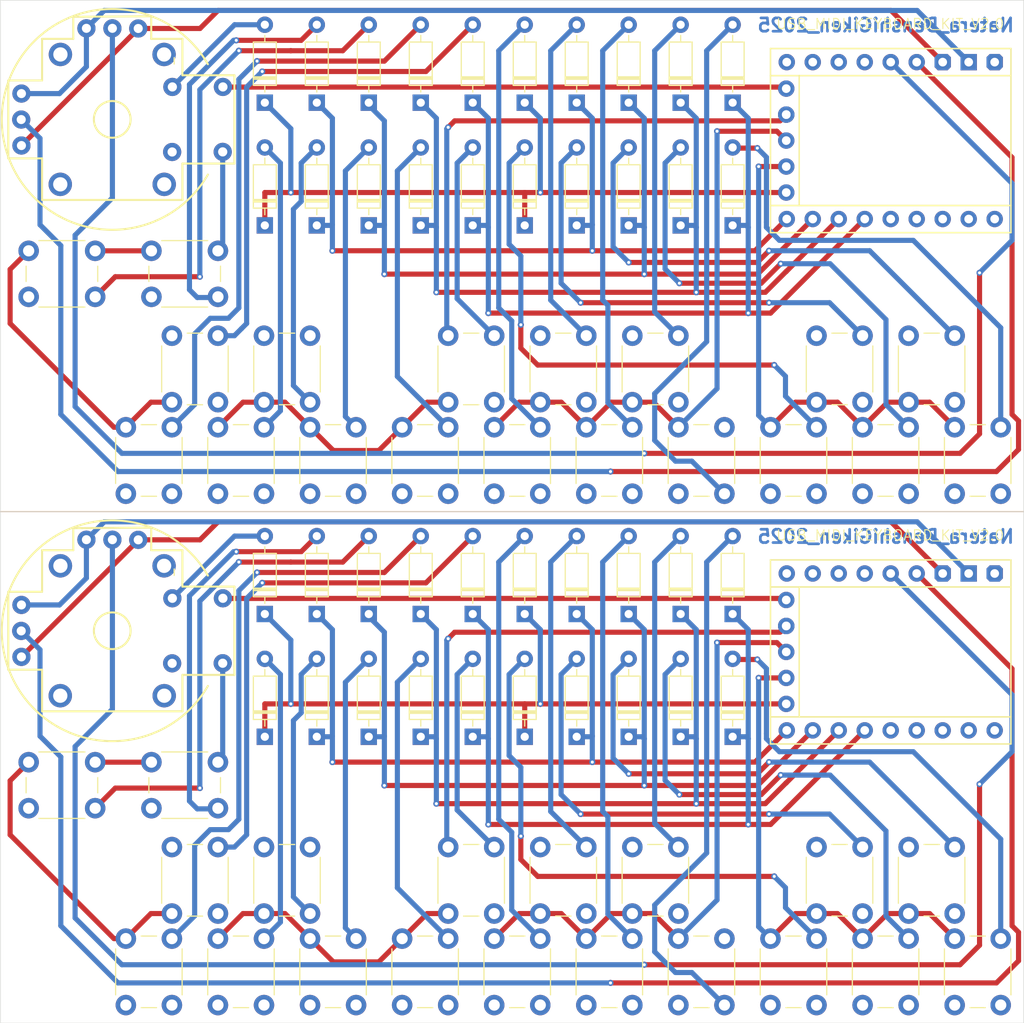
<source format=kicad_pcb>
(kicad_pcb (version 20241229) (generator "pcbnew") (generator_version "9.0")
  (layers (0 "F.Cu" signal) (2 "B.Cu" signal) (13 "F.Paste" user) (15 "B.Paste" user) (5 "F.SilkS" user "F.Silkscreen") (7 "B.SilkS" user "B.Silkscreen") (1 "F.Mask" user) (3 "B.Mask" user) (25 "Edge.Cuts" user))
  (net 0 "")
  (footprint "Button_Switch_THT:SW_PUSH_6mm" (layer "F.Cu") (at 157.25 81.25 90)
    (property "Reference" "REF**15" (hide yes))
    (property "Value" "SW_PUSH_6mm" (hide yes))
  )
  (footprint "Diode_THT:D_DO-35_SOD27_P7.62mm_Horizontal" (layer "F.Cu") (at 139.912 93.014 90)
    (property "Reference" "1N22" (hide yes))
    (property "Value" "D_DO-35_SOD27_P7.62mm_Horizontal" (hide yes))
  )
  (footprint "Diode_THT:D_DO-35_SOD27_P7.62mm_Horizontal" (layer "F.Cu") (at 155.152 43.014 90)
    (property "Reference" "1N19" (hide yes))
    (property "Value" "D_DO-35_SOD27_P7.62mm_Horizontal" (hide yes))
  )
  (footprint "Diode_THT:D_DO-35_SOD27_P7.62mm_Horizontal" (layer "F.Cu") (at 170.392 93.014 90)
    (property "Reference" "1N16" (hide yes))
    (property "Value" "D_DO-35_SOD27_P7.62mm_Horizontal" (hide yes))
  )
  (footprint "MyLibrary:RP2040-Zero" (layer "F.Cu") (at 196 96.72 -90)
    (property "Reference" "U?" (hide yes))
    (property "Value" "RP2040-Zero" (hide yes))
  )
  (footprint "Button_Switch_THT:SW_PUSH_6mm" (layer "F.Cu") (at 139.25 81.25 90)
    (property "Reference" "REF**13" (hide yes))
    (property "Value" "SW_PUSH_6mm" (hide yes))
  )
  (footprint "Diode_THT:D_DO-35_SOD27_P7.62mm_Horizontal" (layer "F.Cu") (at 160.232 43.014 90)
    (property "Reference" "1N18" (hide yes))
    (property "Value" "D_DO-35_SOD27_P7.62mm_Horizontal" (hide yes))
  )
  (footprint "Button_Switch_THT:SW_PUSH_6mm" (layer "F.Cu") (at 161.75 122.3 90)
    (property "Reference" "REF**6" (hide yes))
    (property "Value" "SW_PUSH_6mm" (hide yes))
  )
  (footprint "Button_Switch_THT:SW_PUSH_6mm" (layer "F.Cu") (at 184.25 81.25 90)
    (property "Reference" "REF**18" (hide yes))
    (property "Value" "SW_PUSH_6mm" (hide yes))
  )
  (footprint "Diode_THT:D_DO-35_SOD27_P7.62mm_Horizontal" (layer "F.Cu") (at 160.232 55.014 90)
    (property "Reference" "1N8" (hide yes))
    (property "Value" "D_DO-35_SOD27_P7.62mm_Horizontal" (hide yes))
  )
  (footprint "Button_Switch_THT:SW_PUSH_6mm" (layer "F.Cu") (at 111.75 57.5)
    (property "Reference" "REF**20" (hide yes))
    (property "Value" "SW_PUSH_6mm" (hide yes))
  )
  (footprint "Button_Switch_THT:SW_PUSH_6mm" (layer "F.Cu") (at 197.75 72.3 90)
    (property "Reference" "REF**10" (hide yes))
    (property "Value" "SW_PUSH_6mm" (hide yes))
  )
  (footprint "Diode_THT:D_DO-35_SOD27_P7.62mm_Horizontal" (layer "F.Cu") (at 170.392 105.014 90)
    (property "Reference" "1N6" (hide yes))
    (property "Value" "D_DO-35_SOD27_P7.62mm_Horizontal" (hide yes))
  )
  (footprint "Button_Switch_THT:SW_PUSH_6mm" (layer "F.Cu") (at 175.25 131.25 90)
    (property "Reference" "REF**17" (hide yes))
    (property "Value" "SW_PUSH_6mm" (hide yes))
  )
  (footprint "Button_Switch_THT:SW_PUSH_6mm" (layer "F.Cu") (at 134.75 122.3 90)
    (property "Reference" "REF**3" (hide yes))
    (property "Value" "SW_PUSH_6mm" (hide yes))
  )
  (footprint "Diode_THT:D_DO-35_SOD27_P7.62mm_Horizontal" (layer "F.Cu") (at 165.312 43.014 90)
    (property "Reference" "1N17" (hide yes))
    (property "Value" "D_DO-35_SOD27_P7.62mm_Horizontal" (hide yes))
  )
  (footprint "Diode_THT:D_DO-35_SOD27_P7.62mm_Horizontal" (layer "F.Cu") (at 165.312 55.014 90)
    (property "Reference" "1N7" (hide yes))
    (property "Value" "D_DO-35_SOD27_P7.62mm_Horizontal" (hide yes))
  )
  (footprint "Diode_THT:D_DO-35_SOD27_P7.62mm_Horizontal" (layer "F.Cu") (at 170.392 55.014 90)
    (property "Reference" "1N6" (hide yes))
    (property "Value" "D_DO-35_SOD27_P7.62mm_Horizontal" (hide yes))
  )
  (footprint "Diode_THT:D_DO-35_SOD27_P7.62mm_Horizontal" (layer "F.Cu") (at 134.832 55.014 90)
    (property "Reference" "1N13" (hide yes))
    (property "Value" "D_DO-35_SOD27_P7.62mm_Horizontal" (hide yes))
  )
  (footprint "Diode_THT:D_DO-35_SOD27_P7.62mm_Horizontal" (layer "F.Cu") (at 175.472 105.014 90)
    (property "Reference" "1N5" (hide yes))
    (property "Value" "D_DO-35_SOD27_P7.62mm_Horizontal" (hide yes))
  )
  (footprint "Diode_THT:D_DO-35_SOD27_P7.62mm_Horizontal" (layer "F.Cu") (at 170.392 43.014 90)
    (property "Reference" "1N16" (hide yes))
    (property "Value" "D_DO-35_SOD27_P7.62mm_Horizontal" (hide yes))
  )
  (footprint "Diode_THT:D_DO-35_SOD27_P7.62mm_Horizontal" (layer "F.Cu") (at 134.832 93.014 90)
    (property "Reference" "1N1" (hide yes))
    (property "Value" "D_DO-35_SOD27_P7.62mm_Horizontal" (hide yes))
  )
  (footprint "Button_Switch_THT:SW_PUSH_6mm" (layer "F.Cu") (at 188.75 122.3 90)
    (property "Reference" "REF**9" (hide yes))
    (property "Value" "SW_PUSH_6mm" (hide yes))
  )
  (footprint "Button_Switch_THT:SW_PUSH_6mm" (layer "F.Cu") (at 197.75 122.3 90)
    (property "Reference" "REF**10" (hide yes))
    (property "Value" "SW_PUSH_6mm" (hide yes))
  )
  (footprint "Diode_THT:D_DO-35_SOD27_P7.62mm_Horizontal" (layer "F.Cu") (at 134.832 43.014 90)
    (property "Reference" "1N1" (hide yes))
    (property "Value" "D_DO-35_SOD27_P7.62mm_Horizontal" (hide yes))
  )
  (footprint "PS4_joystick_footprint-main:PS4_joystick" (layer "F.Cu") (at 119.92 94.65 -90)
    (property "Reference" "REF**" (hide yes))
    (property "Value" "XDCR_COM-09032" (hide yes))
  )
  (footprint "Diode_THT:D_DO-35_SOD27_P7.62mm_Horizontal" (layer "F.Cu") (at 144.992 43.014 90)
    (property "Reference" "1N21" (hide yes))
    (property "Value" "D_DO-35_SOD27_P7.62mm_Horizontal" (hide yes))
  )
  (footprint "MyLibrary:RP2040-Zero" (layer "F.Cu") (at 196 46.72 -90)
    (property "Reference" "U?" (hide yes))
    (property "Value" "RP2040-Zero" (hide yes))
  )
  (footprint "Diode_THT:D_DO-35_SOD27_P7.62mm_Horizontal" (layer "F.Cu") (at 150.072 43.014 90)
    (property "Reference" "1N20" (hide yes))
    (property "Value" "D_DO-35_SOD27_P7.62mm_Horizontal" (hide yes))
  )
  (footprint "Button_Switch_THT:SW_PUSH_6mm" (layer "F.Cu") (at 170.75 72.3 90)
    (property "Reference" "REF**7" (hide yes))
    (property "Value" "SW_PUSH_6mm" (hide yes))
  )
  (footprint "Diode_THT:D_DO-35_SOD27_P7.62mm_Horizontal" (layer "F.Cu") (at 150.072 55.014 90)
    (property "Reference" "1N10" (hide yes))
    (property "Value" "D_DO-35_SOD27_P7.62mm_Horizontal" (hide yes))
  )
  (footprint "Diode_THT:D_DO-35_SOD27_P7.62mm_Horizontal" (layer "F.Cu") (at 150.072 93.014 90)
    (property "Reference" "1N20" (hide yes))
    (property "Value" "D_DO-35_SOD27_P7.62mm_Horizontal" (hide yes))
  )
  (footprint "Diode_THT:D_DO-35_SOD27_P7.62mm_Horizontal" (layer "F.Cu") (at 175.472 55.014 90)
    (property "Reference" "1N5" (hide yes))
    (property "Value" "D_DO-35_SOD27_P7.62mm_Horizontal" (hide yes))
  )
  (footprint "Button_Switch_THT:SW_PUSH_6mm" (layer "F.Cu") (at 152.75 72.3 90)
    (property "Reference" "REF**5" (hide yes))
    (property "Value" "SW_PUSH_6mm" (hide yes))
  )
  (footprint "Button_Switch_THT:SW_PUSH_6mm" (layer "F.Cu") (at 166.25 81.25 90)
    (property "Reference" "REF**16" (hide yes))
    (property "Value" "SW_PUSH_6mm" (hide yes))
  )
  (footprint "Button_Switch_THT:SW_PUSH_6mm" (layer "F.Cu") (at 157.25 131.25 90)
    (property "Reference" "REF**15" (hide yes))
    (property "Value" "SW_PUSH_6mm" (hide yes))
  )
  (footprint "Button_Switch_THT:SW_PUSH_6mm" (layer "F.Cu") (at 123.75 57.5)
    (property "Reference" "REF**10" (hide yes))
    (property "Value" "SW_PUSH_6mm" (hide yes))
  )
  (footprint "Diode_THT:D_DO-35_SOD27_P7.62mm_Horizontal" (layer "F.Cu") (at 134.832 105.014 90)
    (property "Reference" "1N13" (hide yes))
    (property "Value" "D_DO-35_SOD27_P7.62mm_Horizontal" (hide yes))
  )
  (footprint "Button_Switch_THT:SW_PUSH_6mm" (layer "F.Cu") (at 125.75 122.3 90)
    (property "Reference" "REF**2" (hide yes))
    (property "Value" "SW_PUSH_6mm" (hide yes))
  )
  (footprint "Button_Switch_THT:SW_PUSH_6mm" (layer "F.Cu") (at 170.75 122.3 90)
    (property "Reference" "REF**7" (hide yes))
    (property "Value" "SW_PUSH_6mm" (hide yes))
  )
  (footprint "Diode_THT:D_DO-35_SOD27_P7.62mm_Horizontal" (layer "F.Cu") (at 144.992 55.014 90)
    (property "Reference" "1N11" (hide yes))
    (property "Value" "D_DO-35_SOD27_P7.62mm_Horizontal" (hide yes))
  )
  (footprint "Diode_THT:D_DO-35_SOD27_P7.62mm_Horizontal" (layer "F.Cu") (at 175.472 93.014 90)
    (property "Reference" "1N15" (hide yes))
    (property "Value" "D_DO-35_SOD27_P7.62mm_Horizontal" (hide yes))
  )
  (footprint "Button_Switch_THT:SW_PUSH_6mm" (layer "F.Cu") (at 193.25 81.25 90)
    (property "Reference" "REF**19" (hide yes))
    (property "Value" "SW_PUSH_6mm" (hide yes))
  )
  (footprint "Diode_THT:D_DO-35_SOD27_P7.62mm_Horizontal" (layer "F.Cu") (at 144.992 105.014 90)
    (property "Reference" "1N11" (hide yes))
    (property "Value" "D_DO-35_SOD27_P7.62mm_Horizontal" (hide yes))
  )
  (footprint "Diode_THT:D_DO-35_SOD27_P7.62mm_Horizontal" (layer "F.Cu") (at 165.312 105.014 90)
    (property "Reference" "1N7" (hide yes))
    (property "Value" "D_DO-35_SOD27_P7.62mm_Horizontal" (hide yes))
  )
  (footprint "Button_Switch_THT:SW_PUSH_6mm" (layer "F.Cu") (at 161.75 72.3 90)
    (property "Reference" "REF**6" (hide yes))
    (property "Value" "SW_PUSH_6mm" (hide yes))
  )
  (footprint "Diode_THT:D_DO-35_SOD27_P7.62mm_Horizontal" (layer "F.Cu") (at 150.072 105.014 90)
    (property "Reference" "1N10" (hide yes))
    (property "Value" "D_DO-35_SOD27_P7.62mm_Horizontal" (hide yes))
  )
  (footprint "Diode_THT:D_DO-35_SOD27_P7.62mm_Horizontal" (layer "F.Cu") (at 139.912 43.014 90)
    (property "Reference" "1N22" (hide yes))
    (property "Value" "D_DO-35_SOD27_P7.62mm_Horizontal" (hide yes))
  )
  (footprint "Diode_THT:D_DO-35_SOD27_P7.62mm_Horizontal" (layer "F.Cu") (at 160.232 93.014 90)
    (property "Reference" "1N18" (hide yes))
    (property "Value" "D_DO-35_SOD27_P7.62mm_Horizontal" (hide yes))
  )
  (footprint "Button_Switch_THT:SW_PUSH_6mm" (layer "F.Cu") (at 111.75 107.5)
    (property "Reference" "REF**20" (hide yes))
    (property "Value" "SW_PUSH_6mm" (hide yes))
  )
  (footprint "Button_Switch_THT:SW_PUSH_6mm" (layer "F.Cu") (at 139.25 131.25 90)
    (property "Reference" "REF**13" (hide yes))
    (property "Value" "SW_PUSH_6mm" (hide yes))
  )
  (footprint "Button_Switch_THT:SW_PUSH_6mm" (layer "F.Cu") (at 121.25 131.25 90)
    (property "Reference" "REF**11" (hide yes))
    (property "Value" "SW_PUSH_6mm" (hide yes))
  )
  (footprint "Button_Switch_THT:SW_PUSH_6mm" (layer "F.Cu") (at 166.25 131.25 90)
    (property "Reference" "REF**16" (hide yes))
    (property "Value" "SW_PUSH_6mm" (hide yes))
  )
  (footprint "Button_Switch_THT:SW_PUSH_6mm" (layer "F.Cu") (at 188.75 72.3 90)
    (property "Reference" "REF**9" (hide yes))
    (property "Value" "SW_PUSH_6mm" (hide yes))
  )
  (footprint "Button_Switch_THT:SW_PUSH_6mm" (layer "F.Cu") (at 125.75 72.3 90)
    (property "Reference" "REF**2" (hide yes))
    (property "Value" "SW_PUSH_6mm" (hide yes))
  )
  (footprint "Button_Switch_THT:SW_PUSH_6mm" (layer "F.Cu") (at 148.25 81.25 90)
    (property "Reference" "REF**14" (hide yes))
    (property "Value" "SW_PUSH_6mm" (hide yes))
  )
  (footprint "Button_Switch_THT:SW_PUSH_6mm" (layer "F.Cu") (at 175.25 81.25 90)
    (property "Reference" "REF**17" (hide yes))
    (property "Value" "SW_PUSH_6mm" (hide yes))
  )
  (footprint "Button_Switch_THT:SW_PUSH_6mm" (layer "F.Cu") (at 123.75 107.5)
    (property "Reference" "REF**10" (hide yes))
    (property "Value" "SW_PUSH_6mm" (hide yes))
  )
  (footprint "Diode_THT:D_DO-35_SOD27_P7.62mm_Horizontal" (layer "F.Cu") (at 155.152 93.014 90)
    (property "Reference" "1N19" (hide yes))
    (property "Value" "D_DO-35_SOD27_P7.62mm_Horizontal" (hide yes))
  )
  (footprint "Button_Switch_THT:SW_PUSH_6mm" (layer "F.Cu") (at 202.25 131.25 90)
    (property "Reference" "REF**" (hide yes))
    (property "Value" "SW_PUSH_6mm" (hide yes))
  )
  (footprint "Button_Switch_THT:SW_PUSH_6mm" (layer "F.Cu") (at 130.25 131.25 90)
    (property "Reference" "REF**12" (hide yes))
    (property "Value" "SW_PUSH_6mm" (hide yes))
  )
  (footprint "Diode_THT:D_DO-35_SOD27_P7.62mm_Horizontal" (layer "F.Cu") (at 180.552 93.014 90)
    (property "Reference" "1N14" (hide yes))
    (property "Value" "D_DO-35_SOD27_P7.62mm_Horizontal" (hide yes))
  )
  (footprint "Button_Switch_THT:SW_PUSH_6mm" (layer "F.Cu") (at 148.25 131.25 90)
    (property "Reference" "REF**14" (hide yes))
    (property "Value" "SW_PUSH_6mm" (hide yes))
  )
  (footprint "Diode_THT:D_DO-35_SOD27_P7.62mm_Horizontal" (layer "F.Cu") (at 139.912 55.014 90)
    (property "Reference" "1N12" (hide yes))
    (property "Value" "D_DO-35_SOD27_P7.62mm_Horizontal" (hide yes))
  )
  (footprint "Diode_THT:D_DO-35_SOD27_P7.62mm_Horizontal" (layer "F.Cu") (at 165.312 93.014 90)
    (property "Reference" "1N17" (hide yes))
    (property "Value" "D_DO-35_SOD27_P7.62mm_Horizontal" (hide yes))
  )
  (footprint "Diode_THT:D_DO-35_SOD27_P7.62mm_Horizontal" (layer "F.Cu") (at 180.552 43.014 90)
    (property "Reference" "1N14" (hide yes))
    (property "Value" "D_DO-35_SOD27_P7.62mm_Horizontal" (hide yes))
  )
  (footprint "Button_Switch_THT:SW_PUSH_6mm" (layer "F.Cu") (at 130.25 81.25 90)
    (property "Reference" "REF**12" (hide yes))
    (property "Value" "SW_PUSH_6mm" (hide yes))
  )
  (footprint "Button_Switch_THT:SW_PUSH_6mm" (layer "F.Cu") (at 152.75 122.3 90)
    (property "Reference" "REF**5" (hide yes))
    (property "Value" "SW_PUSH_6mm" (hide yes))
  )
  (footprint "Button_Switch_THT:SW_PUSH_6mm" (layer "F.Cu") (at 193.25 131.25 90)
    (property "Reference" "REF**19" (hide yes))
    (property "Value" "SW_PUSH_6mm" (hide yes))
  )
  (footprint "Diode_THT:D_DO-35_SOD27_P7.62mm_Horizontal" (layer "F.Cu") (at 155.152 105.014 90)
    (property "Reference" "1N9" (hide yes))
    (property "Value" "D_DO-35_SOD27_P7.62mm_Horizontal" (hide yes))
  )
  (footprint "Diode_THT:D_DO-35_SOD27_P7.62mm_Horizontal" (layer "F.Cu") (at 175.472 43.014 90)
    (property "Reference" "1N15" (hide yes))
    (property "Value" "D_DO-35_SOD27_P7.62mm_Horizontal" (hide yes))
  )
  (footprint "Button_Switch_THT:SW_PUSH_6mm" (layer "F.Cu") (at 134.75 72.3 90)
    (property "Reference" "REF**3" (hide yes))
    (property "Value" "SW_PUSH_6mm" (hide yes))
  )
  (footprint "Diode_THT:D_DO-35_SOD27_P7.62mm_Horizontal" (layer "F.Cu") (at 180.552 105.014 90)
    (property "Reference" "1N4" (hide yes))
    (property "Value" "D_DO-35_SOD27_P7.62mm_Horizontal" (hide yes))
  )
  (footprint "Diode_THT:D_DO-35_SOD27_P7.62mm_Horizontal" (layer "F.Cu") (at 180.552 55.014 90)
    (property "Reference" "1N4" (hide yes))
    (property "Value" "D_DO-35_SOD27_P7.62mm_Horizontal" (hide yes))
  )
  (footprint "Diode_THT:D_DO-35_SOD27_P7.62mm_Horizontal" (layer "F.Cu") (at 155.152 55.014 90)
    (property "Reference" "1N9" (hide yes))
    (property "Value" "D_DO-35_SOD27_P7.62mm_Horizontal" (hide yes))
  )
  (footprint "PS4_joystick_footprint-main:PS4_joystick" (layer "F.Cu") (at 119.92 44.65 -90)
    (property "Reference" "REF**" (hide yes))
    (property "Value" "XDCR_COM-09032" (hide yes))
  )
  (footprint "Button_Switch_THT:SW_PUSH_6mm" (layer "F.Cu") (at 121.25 81.25 90)
    (property "Reference" "REF**11" (hide yes))
    (property "Value" "SW_PUSH_6mm" (hide yes))
  )
  (footprint "Diode_THT:D_DO-35_SOD27_P7.62mm_Horizontal" (layer "F.Cu") (at 144.992 93.014 90)
    (property "Reference" "1N21" (hide yes))
    (property "Value" "D_DO-35_SOD27_P7.62mm_Horizontal" (hide yes))
  )
  (footprint "Button_Switch_THT:SW_PUSH_6mm" (layer "F.Cu") (at 202.25 81.25 90)
    (property "Reference" "REF**" (hide yes))
    (property "Value" "SW_PUSH_6mm" (hide yes))
  )
  (footprint "Diode_THT:D_DO-35_SOD27_P7.62mm_Horizontal" (layer "F.Cu") (at 160.232 105.014 90)
    (property "Reference" "1N8" (hide yes))
    (property "Value" "D_DO-35_SOD27_P7.62mm_Horizontal" (hide yes))
  )
  (footprint "Button_Switch_THT:SW_PUSH_6mm" (layer "F.Cu") (at 184.25 131.25 90)
    (property "Reference" "REF**18" (hide yes))
    (property "Value" "SW_PUSH_6mm" (hide yes))
  )
  (footprint "Diode_THT:D_DO-35_SOD27_P7.62mm_Horizontal" (layer "F.Cu") (at 139.912 105.014 90)
    (property "Reference" "1N12" (hide yes))
    (property "Value" "D_DO-35_SOD27_P7.62mm_Horizontal" (hide yes))
  )
  (gr_line (start 109 83) (end 209 83) (stroke (width 0.1)) (layer "F.SilkS"))
  (gr_line (start 209 83) (end 109 83) (stroke (width 0.1)) (layer "B.SilkS"))
  (gr_rect (start 109 83) (end 209 133) (stroke (width 0.05)) (fill no) (layer "Edge.Cuts"))
  (gr_rect (start 109 33) (end 209 83) (stroke (width 0.05)) (fill no) (layer "Edge.Cuts"))
  (gr_text "Natera_DenshiGiken_2025" (at 208.19 86.2 0) (layer "B.Cu") (effects (font (size 1.3 1.3) (thickness 0.26) (bold yes)) (justify left bottom mirror)))
  (gr_text "Natera_DenshiGiken_2025" (at 208.19 36.2 0) (layer "B.Cu") (effects (font (size 1.3 1.3) (thickness 0.26) (bold yes)) (justify left bottom mirror)))
  (gr_text "USB_MIDI_KEYBOARD_KIT_V2.0\n" (at 184.743 35.902 0) (layer "F.SilkS") (effects (font (size 1 1) (thickness 0.1)) (justify left bottom)))
  (gr_text "USB_MIDI_KEYBOARD_KIT_V2.0\n" (at 184.743 85.902 0) (layer "F.SilkS") (effects (font (size 1 1) (thickness 0.1)) (justify left bottom)))
  (segment (start 184.616 118.668) (end 161.502 118.668) (width 0.5) (layer "F.Cu") (net 0))
  (segment (start 145.972 127.028) (end 141.528 127.028) (width 0.5) (layer "F.Cu") (net 0))
  (segment (start 183.092 99.26) (end 185.79 99.26) (width 0.5) (layer "F.Cu") (net 0))
  (segment (start 185.772 59.528) (end 183.744 61.556) (width 0.5) (layer "F.Cu") (net 0))
  (segment (start 134.578 39.966) (end 150.58 39.966) (width 0.5) (layer "F.Cu") (net 0))
  (segment (start 109.94 114.604) (end 120.086 124.75) (width 0.5) (layer "F.Cu") (net 0))
  (segment (start 141.528 77.028) (end 139.25 74.75) (width 0.5) (layer "F.Cu") (net 0))
  (segment (start 152.75 95.426) (end 153.384 94.792) (width 0.5) (layer "F.Cu") (net 0))
  (segment (start 137.372 51.8) (end 134.832 51.8) (width 0.5) (layer "F.Cu") (net 0))
  (segment (start 188.38 104.39) (end 182.992 109.778) (width 0.5) (layer "F.Cu") (net 0))
  (segment (start 208.492 74.129) (end 207.857 73.494) (width 0.5) (layer "F.Cu") (net 0))
  (segment (start 188.38 54.39) (end 182.992 59.778) (width 0.5) (layer "F.Cu") (net 0))
  (segment (start 185.64 41.49) (end 130.7498 41.49) (width 0.5) (layer "F.Cu") (net 0))
  (segment (start 183.346 60.667) (end 175.345 60.667) (width 0.5) (layer "F.Cu") (net 0))
  (segment (start 182.992 59.778) (end 146.516 59.778) (width 0.5) (layer "F.Cu") (net 0))
  (segment (start 185.79 41.64) (end 185.64 41.49) (width 0.5) (layer "F.Cu") (net 0))
  (segment (start 185.782 109.528) (end 185.772 109.528) (width 0.5) (layer "F.Cu") (net 0))
  (segment (start 122.46 35.76) (end 122.46 35.7898) (width 0.5) (layer "F.Cu") (net 0))
  (segment (start 184.108 57.492) (end 182.965 58.635) (width 0.5) (layer "F.Cu") (net 0))
  (segment (start 130.25 74.75) (end 132.7 72.3) (width 0.5) (layer "F.Cu") (net 0))
  (segment (start 130.7498 91.49) (end 130.7348 91.475) (width 0.5) (layer "F.Cu") (net 0))
  (segment (start 161.756 51.8) (end 185.79 51.8) (width 0.5) (layer "F.Cu") (net 0))
  (segment (start 139.25 74.75) (end 136.8 72.3) (width 0.5) (layer "F.Cu") (net 0))
  (segment (start 148.25 124.75) (end 145.972 127.028) (width 0.5) (layer "F.Cu") (net 0))
  (segment (start 172.8 72.3) (end 170.75 72.3) (width 0.5) (layer "F.Cu") (net 0))
  (segment (start 150.7 72.3) (end 152.75 72.3) (width 0.5) (layer "F.Cu") (net 0))
  (segment (start 176.996 111.556) (end 151.596 111.556) (width 0.5) (layer "F.Cu") (net 0))
  (segment (start 160.232 101.8) (end 161.756 101.8) (width 0.5) (layer "F.Cu") (net 0))
  (segment (start 185.772 109.528) (end 183.744 111.556) (width 0.5) (layer "F.Cu") (net 0))
  (segment (start 159.851 117.017) (end 159.851 114.731) (width 0.5) (layer "F.Cu") (net 0))
  (segment (start 190.92 104.39) (end 185.782 109.528) (width 0.5) (layer "F.Cu") (net 0))
  (segment (start 160.232 105.014) (end 160.232 101.8) (width 0.5) (layer "F.Cu") (net 0))
  (segment (start 184.878 95.808) (end 179.028 95.808) (width 0.5) (layer "F.Cu") (net 0))
  (segment (start 183.346 110.667) (end 175.345 110.667) (width 0.5) (layer "F.Cu") (net 0))
  (segment (start 136.8 122.3) (end 134.75 122.3) (width 0.5) (layer "F.Cu") (net 0))
  (segment (start 193.46 54.39) (end 184.262 63.588) (width 0.5) (layer "F.Cu") (net 0))
  (segment (start 182.076 113.588) (end 156.676 113.588) (width 0.5) (layer "F.Cu") (net 0))
  (segment (start 185.79 96.72) (end 184.878 95.808) (width 0.5) (layer "F.Cu") (net 0))
  (segment (start 122.46 35.76) (end 128.497 35.76) (width 0.5) (layer "F.Cu") (net 0))
  (segment (start 157.25 124.75) (end 159.7 122.3) (width 0.5) (layer "F.Cu") (net 0))
  (segment (start 185.251 58.762) (end 183.346 60.667) (width 0.5) (layer "F.Cu") (net 0))
  (segment (start 185.782 59.528) (end 185.772 59.528) (width 0.5) (layer "F.Cu") (net 0))
  (segment (start 199.8 122.3) (end 197.75 122.3) (width 0.5) (layer "F.Cu") (net 0))
  (segment (start 186.7 72.3) (end 188.75 72.3) (width 0.5) (layer "F.Cu") (net 0))
  (segment (start 184.262 63.588) (end 182.076 63.588) (width 0.5) (layer "F.Cu") (net 0))
  (segment (start 153.384 94.792) (end 185.178 94.792) (width 0.5) (layer "F.Cu") (net 0))
  (segment (start 160.232 51.8) (end 161.756 51.8) (width 0.5) (layer "F.Cu") (net 0))
  (segment (start 188.75 72.3) (end 190.8 72.3) (width 0.5) (layer "F.Cu") (net 0))
  (segment (start 202.25 124.75) (end 199.8 122.3) (width 0.5) (layer "F.Cu") (net 0))
  (segment (start 120.218 110.032) (end 128.482 110.032) (width 0.5) (layer "F.Cu") (net 0))
  (segment (start 118.25 112) (end 120.218 110.032) (width 0.5) (layer "F.Cu") (net 0))
  (segment (start 136.8 72.3) (end 134.75 72.3) (width 0.5) (layer "F.Cu") (net 0))
  (segment (start 184.108 107.492) (end 182.965 108.635) (width 0.5) (layer "F.Cu") (net 0))
  (segment (start 185.79 46.72) (end 184.878 45.808) (width 0.5) (layer "F.Cu") (net 0))
  (segment (start 137.372 87.934) (end 137.371999 87.933999) (width 0.5) (layer "F.Cu") (net 0))
  (segment (start 137.371999 37.933999) (end 132.292001 37.933999) (width 0.5) (layer "F.Cu") (net 0))
  (segment (start 176.996 61.556) (end 151.596 61.556) (width 0.5) (layer "F.Cu") (net 0))
  (segment (start 111.75 57.5) (end 109.94 59.31) (width 0.5) (layer "F.Cu") (net 0))
  (segment (start 152.75 45.426) (end 153.384 44.792) (width 0.5) (layer "F.Cu") (net 0))
  (segment (start 146.516 38.95) (end 150.072 35.394) (width 0.5) (layer "F.Cu") (net 0))
  (segment (start 185.178 44.792) (end 185.79 44.18) (width 0.5) (layer "F.Cu") (net 0))
  (segment (start 148.25 74.75) (end 150.7 72.3) (width 0.5) (layer "F.Cu") (net 0))
  (segment (start 132.7 72.3) (end 134.75 72.3) (width 0.5) (layer "F.Cu") (net 0))
  (segment (start 122.46 85.76) (end 122.46 85.7898) (width 0.5) (layer "F.Cu") (net 0))
  (segment (start 130.7498 41.49) (end 130.7348 41.475) (width 0.5) (layer "F.Cu") (net 0))
  (segment (start 207.857 123.494) (end 207.857 98.367) (width 0.5) (layer "F.Cu") (net 0))
  (segment (start 175.25 74.75) (end 172.8 72.3) (width 0.5) (layer "F.Cu") (net 0))
  (segment (start 134.07 88.95) (end 146.516 88.95) (width 0.5) (layer "F.Cu") (net 0))
  (segment (start 190.8 72.3) (end 193.25 74.75) (width 0.5) (layer "F.Cu") (net 0))
  (segment (start 130.25 124.75) (end 132.7 122.3) (width 0.5) (layer "F.Cu") (net 0))
  (segment (start 170.75 72.3) (end 168.7 72.3) (width 0.5) (layer "F.Cu") (net 0))
  (segment (start 132.038 86.918) (end 138.388 86.918) (width 0.5) (layer "F.Cu") (net 0))
  (segment (start 207.857 48.367) (end 198.54 39.05) (width 0.5) (layer "F.Cu") (net 0))
  (segment (start 183.092 49.26) (end 185.79 49.26) (width 0.5) (layer "F.Cu") (net 0))
  (segment (start 153.384 44.792) (end 185.178 44.792) (width 0.5) (layer "F.Cu") (net 0))
  (segment (start 120.086 124.75) (end 121.25 124.75) (width 0.5) (layer "F.Cu") (net 0))
  (segment (start 145.972 77.028) (end 141.528 77.028) (width 0.5) (layer "F.Cu") (net 0))
  (segment (start 185.178 94.792) (end 185.79 94.18) (width 0.5) (layer "F.Cu") (net 0))
  (segment (start 157.25 74.75) (end 159.7 72.3) (width 0.5) (layer "F.Cu") (net 0))
  (segment (start 109.94 64.604) (end 120.086 74.75) (width 0.5) (layer "F.Cu") (net 0))
  (segment (start 182.738 107.492) (end 141.436 107.492) (width 0.5) (layer "F.Cu") (net 0))
  (segment (start 122.46 35.7898) (end 111.0448 47.205) (width 0.5) (layer "F.Cu") (net 0))
  (segment (start 161.502 68.668) (end 159.851 67.017) (width 0.5) (layer "F.Cu") (net 0))
  (segment (start 171.916 127.304) (end 202.777 127.304) (width 0.5) (layer "F.Cu") (net 0))
  (segment (start 195.7 72.3) (end 197.75 72.3) (width 0.5) (layer "F.Cu") (net 0))
  (segment (start 172.8 122.3) (end 170.75 122.3) (width 0.5) (layer "F.Cu") (net 0))
  (segment (start 161.756 101.8) (end 185.79 101.8) (width 0.5) (layer "F.Cu") (net 0))
  (segment (start 123.7 72.3) (end 125.75 72.3) (width 0.5) (layer "F.Cu") (net 0))
  (segment (start 128.497 85.76) (end 130.26 83.997) (width 0.5) (layer "F.Cu") (net 0))
  (segment (start 121.25 74.75) (end 123.7 72.3) (width 0.5) (layer "F.Cu") (net 0))
  (segment (start 121.25 124.75) (end 123.7 122.3) (width 0.5) (layer "F.Cu") (net 0))
  (segment (start 184.108 62.572) (end 165.693 62.572) (width 0.5) (layer "F.Cu") (net 0))
  (segment (start 134.832 105.014) (end 134.832 101.8) (width 0.5) (layer "F.Cu") (net 0))
  (segment (start 190.92 54.39) (end 185.782 59.528) (width 0.5) (layer "F.Cu") (net 0))
  (segment (start 193.46 104.39) (end 184.262 113.588) (width 0.5) (layer "F.Cu") (net 0))
  (segment (start 180.617 97.459) (end 180.552 97.394) (width 0.5) (layer "F.Cu") (net 0))
  (segment (start 208.492 76.923) (end 208.492 74.129) (width 0.5) (layer "F.Cu") (net 0))
  (segment (start 150.7 122.3) (end 152.75 122.3) (width 0.5) (layer "F.Cu") (net 0))
  (segment (start 183.744 111.556) (end 176.996 111.556) (width 0.5) (layer "F.Cu") (net 0))
  (segment (start 132.038 36.918) (end 138.388 36.918) (width 0.5) (layer "F.Cu") (net 0))
  (segment (start 184.25 124.75) (end 186.7 122.3) (width 0.5) (layer "F.Cu") (net 0))
  (segment (start 150.58 89.966) (end 155.152 85.394) (width 0.5) (layer "F.Cu") (net 0))
  (segment (start 195.7 122.3) (end 197.75 122.3) (width 0.5) (layer "F.Cu") (net 0))
  (segment (start 168.614 129.082) (end 206.333 129.082) (width 0.5) (layer "F.Cu") (net 0))
  (segment (start 166.25 74.75) (end 163.8 72.3) (width 0.5) (layer "F.Cu") (net 0))
  (segment (start 180.617 47.459) (end 180.552 47.394) (width 0.5) (layer "F.Cu") (net 0))
  (segment (start 184.262 113.588) (end 182.076 113.588) (width 0.5) (layer "F.Cu") (net 0))
  (segment (start 137.372 101.8) (end 134.832 101.8) (width 0.5) (layer "F.Cu") (net 0))
  (segment (start 138.388 86.918) (end 139.912 85.394) (width 0.5) (layer "F.Cu") (net 0))
  (segment (start 139.25 124.75) (end 136.8 122.3) (width 0.5) (layer "F.Cu") (net 0))
  (segment (start 175.25 124.75) (end 172.8 122.3) (width 0.5) (layer "F.Cu") (net 0))
  (segment (start 122.46 85.7898) (end 111.0448 97.205) (width 0.5) (layer "F.Cu") (net 0))
  (segment (start 185.251 108.762) (end 183.346 110.667) (width 0.5) (layer "F.Cu") (net 0))
  (segment (start 184.25 74.75) (end 186.7 72.3) (width 0.5) (layer "F.Cu") (net 0))
  (segment (start 130.26 83.997) (end 196.027 83.997) (width 0.5) (layer "F.Cu") (net 0))
  (segment (start 182.076 63.588) (end 156.676 63.588) (width 0.5) (layer "F.Cu") (net 0))
  (segment (start 168.614 79.082) (end 206.333 79.082) (width 0.5) (layer "F.Cu") (net 0))
  (segment (start 185.64 91.49) (end 130.7498 91.49) (width 0.5) (layer "F.Cu") (net 0))
  (segment (start 199.8 72.3) (end 197.75 72.3) (width 0.5) (layer "F.Cu") (net 0))
  (segment (start 137.372 37.934) (end 137.371999 37.933999) (width 0.5) (layer "F.Cu") (net 0))
  (segment (start 109.94 109.31) (end 109.94 114.604) (width 0.5) (layer "F.Cu") (net 0))
  (segment (start 144.992 35.394) (end 142.452 37.934) (width 0.5) (layer "F.Cu") (net 0))
  (segment (start 188.75 122.3) (end 190.8 122.3) (width 0.5) (layer "F.Cu") (net 0))
  (segment (start 204.682 75.399) (end 204.682 59.651) (width 0.5) (layer "F.Cu") (net 0))
  (segment (start 159.7 72.3) (end 161.75 72.3) (width 0.5) (layer "F.Cu") (net 0))
  (segment (start 182.992 109.778) (end 146.516 109.778) (width 0.5) (layer "F.Cu") (net 0))
  (segment (start 202.777 77.304) (end 204.682 75.399) (width 0.5) (layer "F.Cu") (net 0))
  (segment (start 159.7 122.3) (end 161.75 122.3) (width 0.5) (layer "F.Cu") (net 0))
  (segment (start 208.492 124.129) (end 207.857 123.494) (width 0.5) (layer "F.Cu") (net 0))
  (segment (start 138.388 36.918) (end 139.912 35.394) (width 0.5) (layer "F.Cu") (net 0))
  (segment (start 206.333 129.082) (end 208.492 126.923) (width 0.5) (layer "F.Cu") (net 0))
  (segment (start 183.744 61.556) (end 176.996 61.556) (width 0.5) (layer "F.Cu") (net 0))
  (segment (start 182.965 47.459) (end 180.617 47.459) (width 0.5) (layer "F.Cu") (net 0))
  (segment (start 170.75 122.3) (end 168.7 122.3) (width 0.5) (layer "F.Cu") (net 0))
  (segment (start 163.8 72.3) (end 161.75 72.3) (width 0.5) (layer "F.Cu") (net 0))
  (segment (start 161.502 118.668) (end 159.851 117.017) (width 0.5) (layer "F.Cu") (net 0))
  (segment (start 134.578 89.966) (end 150.58 89.966) (width 0.5) (layer "F.Cu") (net 0))
  (segment (start 132.7 122.3) (end 134.75 122.3) (width 0.5) (layer "F.Cu") (net 0))
  (segment (start 196.027 33.997) (end 201.08 39.05) (width 0.5) (layer "F.Cu") (net 0))
  (segment (start 163.8 122.3) (end 161.75 122.3) (width 0.5) (layer "F.Cu") (net 0))
  (segment (start 160.232 101.8) (end 137.372 101.8) (width 0.5) (layer "F.Cu") (net 0))
  (segment (start 160.232 55.014) (end 160.232 51.8) (width 0.5) (layer "F.Cu") (net 0))
  (segment (start 118.25 62) (end 120.218 60.032) (width 0.5) (layer "F.Cu") (net 0))
  (segment (start 109.94 59.31) (end 109.94 64.604) (width 0.5) (layer "F.Cu") (net 0))
  (segment (start 120.218 60.032) (end 128.482 60.032) (width 0.5) (layer "F.Cu") (net 0))
  (segment (start 184.616 68.668) (end 161.502 68.668) (width 0.5) (layer "F.Cu") (net 0))
  (segment (start 128.497 35.76) (end 130.26 33.997) (width 0.5) (layer "F.Cu") (net 0))
  (segment (start 150.58 39.966) (end 155.152 35.394) (width 0.5) (layer "F.Cu") (net 0))
  (segment (start 196.027 83.997) (end 201.08 89.05) (width 0.5) (layer "F.Cu") (net 0))
  (segment (start 130.26 33.997) (end 196.027 33.997) (width 0.5) (layer "F.Cu") (net 0))
  (segment (start 142.452 87.934) (end 137.372 87.934) (width 0.5) (layer "F.Cu") (net 0))
  (segment (start 166.25 124.75) (end 163.8 122.3) (width 0.5) (layer "F.Cu") (net 0))
  (segment (start 148.25 74.75) (end 145.972 77.028) (width 0.5) (layer "F.Cu") (net 0))
  (segment (start 190.8 122.3) (end 193.25 124.75) (width 0.5) (layer "F.Cu") (net 0))
  (segment (start 202.25 74.75) (end 199.8 72.3) (width 0.5) (layer "F.Cu") (net 0))
  (segment (start 184.878 45.808) (end 179.028 45.808) (width 0.5) (layer "F.Cu") (net 0))
  (segment (start 171.916 77.304) (end 202.777 77.304) (width 0.5) (layer "F.Cu") (net 0))
  (segment (start 186.7 122.3) (end 188.75 122.3) (width 0.5) (layer "F.Cu") (net 0))
  (segment (start 206.333 79.082) (end 208.492 76.923) (width 0.5) (layer "F.Cu") (net 0))
  (segment (start 111.75 107.5) (end 109.94 109.31) (width 0.5) (layer "F.Cu") (net 0))
  (segment (start 123.75 57.5) (end 118.25 57.5) (width 0.5) (layer "F.Cu") (net 0))
  (segment (start 123.7 122.3) (end 125.75 122.3) (width 0.5) (layer "F.Cu") (net 0))
  (segment (start 182.965 108.635) (end 170.392 108.635) (width 0.5) (layer "F.Cu") (net 0))
  (segment (start 123.75 107.5) (end 118.25 107.5) (width 0.5) (layer "F.Cu") (net 0))
  (segment (start 120.086 74.75) (end 121.25 74.75) (width 0.5) (layer "F.Cu") (net 0))
  (segment (start 185.79 91.64) (end 185.64 91.49) (width 0.5) (layer "F.Cu") (net 0))
  (segment (start 159.851 67.017) (end 159.851 64.731) (width 0.5) (layer "F.Cu") (net 0))
  (segment (start 160.232 51.8) (end 137.372 51.8) (width 0.5) (layer "F.Cu") (net 0))
  (segment (start 182.965 58.635) (end 170.392 58.635) (width 0.5) (layer "F.Cu") (net 0))
  (segment (start 134.07 38.95) (end 146.516 38.95) (width 0.5) (layer "F.Cu") (net 0))
  (segment (start 168.7 72.3) (end 166.25 74.75) (width 0.5) (layer "F.Cu") (net 0))
  (segment (start 141.528 127.028) (end 139.25 124.75) (width 0.5) (layer "F.Cu") (net 0))
  (segment (start 146.516 88.95) (end 150.072 85.394) (width 0.5) (layer "F.Cu") (net 0))
  (segment (start 142.452 37.934) (end 137.372 37.934) (width 0.5) (layer "F.Cu") (net 0))
  (segment (start 148.25 124.75) (end 150.7 122.3) (width 0.5) (layer "F.Cu") (net 0))
  (segment (start 207.857 73.494) (end 207.857 48.367) (width 0.5) (layer "F.Cu") (net 0))
  (segment (start 193.25 74.75) (end 195.7 72.3) (width 0.5) (layer "F.Cu") (net 0))
  (segment (start 168.7 122.3) (end 166.25 124.75) (width 0.5) (layer "F.Cu") (net 0))
  (segment (start 204.682 125.399) (end 204.682 109.651) (width 0.5) (layer "F.Cu") (net 0))
  (segment (start 144.992 85.394) (end 142.452 87.934) (width 0.5) (layer "F.Cu") (net 0))
  (segment (start 202.777 127.304) (end 204.682 125.399) (width 0.5) (layer "F.Cu") (net 0))
  (segment (start 134.832 55.014) (end 134.832 51.8) (width 0.5) (layer "F.Cu") (net 0))
  (segment (start 193.25 124.75) (end 195.7 122.3) (width 0.5) (layer "F.Cu") (net 0))
  (segment (start 185.84 54.39) (end 182.738 57.492) (width 0.5) (layer "F.Cu") (net 0))
  (segment (start 182.738 57.492) (end 141.436 57.492) (width 0.5) (layer "F.Cu") (net 0))
  (segment (start 122.46 85.76) (end 128.497 85.76) (width 0.5) (layer "F.Cu") (net 0))
  (segment (start 182.965 97.459) (end 180.617 97.459) (width 0.5) (layer "F.Cu") (net 0))
  (segment (start 184.108 112.572) (end 165.693 112.572) (width 0.5) (layer "F.Cu") (net 0))
  (segment (start 137.371999 87.933999) (end 132.292001 87.933999) (width 0.5) (layer "F.Cu") (net 0))
  (segment (start 208.492 126.923) (end 208.492 124.129) (width 0.5) (layer "F.Cu") (net 0))
  (segment (start 207.857 98.367) (end 198.54 89.05) (width 0.5) (layer "F.Cu") (net 0))
  (segment (start 185.84 104.39) (end 182.738 107.492) (width 0.5) (layer "F.Cu") (net 0))
  (via (at 132.292001 37.933999) (size 0.6) (drill 0.3) (layers "F.Cu" "B.Cu") (net 0))
  (via (at 179.028 45.808) (size 0.6) (drill 0.3) (layers "F.Cu" "B.Cu") (net 0))
  (via (at 165.693 112.572) (size 0.6) (drill 0.3) (layers "F.Cu" "B.Cu") (net 0))
  (via (at 165.693 62.572) (size 0.6) (drill 0.3) (layers "F.Cu" "B.Cu") (net 0))
  (via (at 132.292001 87.933999) (size 0.6) (drill 0.3) (layers "F.Cu" "B.Cu") (net 0))
  (via (at 182.076 113.588) (size 0.6) (drill 0.3) (layers "F.Cu" "B.Cu") (net 0))
  (via (at 183.092 49.26) (size 0.6) (drill 0.3) (layers "F.Cu" "B.Cu") (net 0))
  (via (at 151.596 61.556) (size 0.6) (drill 0.3) (layers "F.Cu" "B.Cu") (net 0))
  (via (at 204.682 109.651) (size 0.6) (drill 0.3) (layers "F.Cu" "B.Cu") (net 0))
  (via (at 156.676 63.588) (size 0.6) (drill 0.3) (layers "F.Cu" "B.Cu") (net 0))
  (via (at 171.916 109.778) (size 0.6) (drill 0.3) (layers "F.Cu" "B.Cu") (net 0))
  (via (at 170.392 108.635) (size 0.6) (drill 0.3) (layers "F.Cu" "B.Cu") (net 0))
  (via (at 171.916 77.304) (size 0.6) (drill 0.3) (layers "F.Cu" "B.Cu") (net 0))
  (via (at 168.614 79.082) (size 0.6) (drill 0.3) (layers "F.Cu" "B.Cu") (net 0))
  (via (at 183.092 99.26) (size 0.6) (drill 0.3) (layers "F.Cu" "B.Cu") (net 0))
  (via (at 128.482 60.032) (size 0.6) (drill 0.3) (layers "F.Cu" "B.Cu") (net 0))
  (via (at 168.614 129.082) (size 0.6) (drill 0.3) (layers "F.Cu" "B.Cu") (net 0))
  (via (at 175.345 110.667) (size 0.6) (drill 0.3) (layers "F.Cu" "B.Cu") (net 0))
  (via (at 132.038 86.918) (size 0.6) (drill 0.3) (layers "F.Cu" "B.Cu") (net 0))
  (via (at 184.616 118.668) (size 0.6) (drill 0.3) (layers "F.Cu" "B.Cu") (net 0))
  (via (at 159.851 114.731) (size 0.6) (drill 0.3) (layers "F.Cu" "B.Cu") (net 0))
  (via (at 176.996 111.556) (size 0.6) (drill 0.3) (layers "F.Cu" "B.Cu") (net 0))
  (via (at 132.038 36.918) (size 0.6) (drill 0.3) (layers "F.Cu" "B.Cu") (net 0))
  (via (at 141.436 107.492) (size 0.6) (drill 0.3) (layers "F.Cu" "B.Cu") (net 0))
  (via (at 152.75 95.426) (size 0.6) (drill 0.3) (layers "F.Cu" "B.Cu") (net 0))
  (via (at 184.616 68.668) (size 0.6) (drill 0.3) (layers "F.Cu" "B.Cu") (net 0))
  (via (at 204.682 59.651) (size 0.6) (drill 0.3) (layers "F.Cu" "B.Cu") (net 0))
  (via (at 134.578 89.966) (size 0.6) (drill 0.3) (layers "F.Cu" "B.Cu") (net 0))
  (via (at 166.836 107.492) (size 0.6) (drill 0.3) (layers "F.Cu" "B.Cu") (net 0))
  (via (at 161.756 51.8) (size 0.6) (drill 0.3) (layers "F.Cu" "B.Cu") (net 0))
  (via (at 182.965 97.459) (size 0.6) (drill 0.3) (layers "F.Cu" "B.Cu") (net 0))
  (via (at 185.251 108.762) (size 0.6) (drill 0.3) (layers "F.Cu" "B.Cu") (net 0))
  (via (at 170.392 58.635) (size 0.6) (drill 0.3) (layers "F.Cu" "B.Cu") (net 0))
  (via (at 141.436 57.492) (size 0.6) (drill 0.3) (layers "F.Cu" "B.Cu") (net 0))
  (via (at 128.482 110.032) (size 0.6) (drill 0.3) (layers "F.Cu" "B.Cu") (net 0))
  (via (at 176.996 61.556) (size 0.6) (drill 0.3) (layers "F.Cu" "B.Cu") (net 0))
  (via (at 134.578 39.966) (size 0.6) (drill 0.3) (layers "F.Cu" "B.Cu") (net 0))
  (via (at 171.916 59.778) (size 0.6) (drill 0.3) (layers "F.Cu" "B.Cu") (net 0))
  (via (at 151.596 111.556) (size 0.6) (drill 0.3) (layers "F.Cu" "B.Cu") (net 0))
  (via (at 171.916 127.304) (size 0.6) (drill 0.3) (layers "F.Cu" "B.Cu") (net 0))
  (via (at 159.851 64.731) (size 0.6) (drill 0.3) (layers "F.Cu" "B.Cu") (net 0))
  (via (at 152.75 45.426) (size 0.6) (drill 0.3) (layers "F.Cu" "B.Cu") (net 0))
  (via (at 182.965 47.459) (size 0.6) (drill 0.3) (layers "F.Cu" "B.Cu") (net 0))
  (via (at 134.07 38.95) (size 0.6) (drill 0.3) (layers "F.Cu" "B.Cu") (net 0))
  (via (at 184.108 112.572) (size 0.6) (drill 0.3) (layers "F.Cu" "B.Cu") (net 0))
  (via (at 146.516 109.778) (size 0.6) (drill 0.3) (layers "F.Cu" "B.Cu") (net 0))
  (via (at 185.251 58.762) (size 0.6) (drill 0.3) (layers "F.Cu" "B.Cu") (net 0))
  (via (at 175.345 60.667) (size 0.6) (drill 0.3) (layers "F.Cu" "B.Cu") (net 0))
  (via (at 161.756 101.8) (size 0.6) (drill 0.3) (layers "F.Cu" "B.Cu") (net 0))
  (via (at 146.516 59.778) (size 0.6) (drill 0.3) (layers "F.Cu" "B.Cu") (net 0))
  (via (at 137.372 51.8) (size 0.6) (drill 0.3) (layers "F.Cu" "B.Cu") (net 0))
  (via (at 156.676 113.588) (size 0.6) (drill 0.3) (layers "F.Cu" "B.Cu") (net 0))
  (via (at 184.108 107.492) (size 0.6) (drill 0.3) (layers "F.Cu" "B.Cu") (net 0))
  (via (at 134.07 88.95) (size 0.6) (drill 0.3) (layers "F.Cu" "B.Cu") (net 0))
  (via (at 184.108 62.572) (size 0.6) (drill 0.3) (layers "F.Cu" "B.Cu") (net 0))
  (via (at 137.372 101.8) (size 0.6) (drill 0.3) (layers "F.Cu" "B.Cu") (net 0))
  (via (at 179.028 95.808) (size 0.6) (drill 0.3) (layers "F.Cu" "B.Cu") (net 0))
  (via (at 184.108 57.492) (size 0.6) (drill 0.3) (layers "F.Cu" "B.Cu") (net 0))
  (via (at 166.836 57.492) (size 0.6) (drill 0.3) (layers "F.Cu" "B.Cu") (net 0))
  (via (at 182.076 63.588) (size 0.6) (drill 0.3) (layers "F.Cu" "B.Cu") (net 0))
  (segment (start 162.772 112.322) (end 166.25 115.8) (width 0.5) (layer "B.Cu") (net 0))
  (segment (start 175.472 97.394) (end 173.948 98.918) (width 0.5) (layer "B.Cu") (net 0))
  (segment (start 193.942 107.492) (end 184.108 107.492) (width 0.5) (layer "B.Cu") (net 0))
  (segment (start 158.962 64.35) (end 157.692 63.08) (width 0.5) (layer "B.Cu") (net 0))
  (segment (start 141.436 104.952) (end 141.436 107.492) (width 0.5) (layer "B.Cu") (net 0))
  (segment (start 175.472 105.014) (end 176.804 105.014) (width 0.5) (layer "B.Cu") (net 0))
  (segment (start 158.708 48.918) (end 160.232 47.394) (width 0.5) (layer "B.Cu") (net 0))
  (segment (start 163.788 110.667) (end 165.693 112.572) (width 0.5) (layer "B.Cu") (net 0))
  (segment (start 190.077 58.762) (end 189.442 58.762) (width 0.5) (layer "B.Cu") (net 0))
  (segment (start 180.552 35.394) (end 178.012 37.934) (width 0.5) (layer "B.Cu") (net 0))
  (segment (start 144.992 55.014) (end 146.454 55.014) (width 0.5) (layer "B.Cu") (net 0))
  (segment (start 151.404 55.014) (end 151.596 55.206) (width 0.5) (layer "B.Cu") (net 0))
  (segment (start 168.36 122.36) (end 170.75 124.75) (width 0.5) (layer "B.Cu") (net 0))
  (segment (start 143.75 124.75) (end 142.706 123.706) (width 0.5) (layer "B.Cu") (net 0))
  (segment (start 175.472 93.014) (end 176.996 94.538) (width 0.5) (layer "B.Cu") (net 0))
  (segment (start 127.466 61.302) (end 127.466 41.236) (width 0.5) (layer "B.Cu") (net 0))
  (segment (start 181.884 55.014) (end 182.076 55.206) (width 0.5) (layer "B.Cu") (net 0))
  (segment (start 167.852 37.934) (end 167.852 62.318) (width 0.5) (layer "B.Cu") (net 0))
  (segment (start 176.996 44.538) (end 176.996 55.206) (width 0.5) (layer "B.Cu") (net 0))
  (segment (start 165.312 97.394) (end 163.788 98.918) (width 0.5) (layer "B.Cu") (net 0))
  (segment (start 141.374 55.014) (end 141.436 54.952) (width 0.5) (layer "B.Cu") (net 0))
  (segment (start 163.788 98.918) (end 163.788 110.667) (width 0.5) (layer "B.Cu") (net 0))
  (segment (start 155.152 43.014) (end 156.676 44.538) (width 0.5) (layer "B.Cu") (net 0))
  (segment (start 180.552 85.394) (end 178.012 87.934) (width 0.5) (layer "B.Cu") (net 0))
  (segment (start 203.62 39.031) (end 198.586 33.997) (width 0.5) (layer "B.Cu") (net 0))
  (segment (start 175.472 85.394) (end 172.932 87.934) (width 0.5) (layer "B.Cu") (net 0))
  (segment (start 189.442 108.762) (end 185.251 108.762) (width 0.5) (layer "B.Cu") (net 0))
  (segment (start 143.75 74.75) (end 142.706 73.706) (width 0.5) (layer "B.Cu") (net 0))
  (segment (start 130.25 62) (end 130.186 62.064) (width 0.5) (layer "B.Cu") (net 0))
  (segment (start 175.472 47.394) (end 173.948 48.918) (width 0.5) (layer "B.Cu") (net 0))
  (segment (start 176.996 94.538) (end 176.996 105.206) (width 0.5) (layer "B.Cu") (net 0))
  (segment (start 137.626 120.676) (end 137.626 103.428) (width 0.5) (layer "B.Cu") (net 0))
  (segment (start 162.772 62.322) (end 166.25 65.8) (width 0.5) (layer "B.Cu") (net 0))
  (segment (start 146.516 44.792) (end 146.516 54.952) (width 0.5) (layer "B.Cu") (net 0))
  (segment (start 183.854 98.348) (end 182.965 97.459) (width 0.5) (layer "B.Cu") (net 0))
  (segment (start 158.708 98.918) (end 160.232 97.394) (width 0.5) (layer "B.Cu") (net 0))
  (segment (start 171.916 105.206) (end 171.916 109.778) (width 0.5) (layer "B.Cu") (net 0))
  (segment (start 131.784 36.918) (end 132.038 36.918) (width 0.5) (layer "B.Cu") (net 0))
  (segment (start 170.392 55.014) (end 171.724 55.014) (width 0.5) (layer "B.Cu") (net 0))
  (segment (start 119.1428 83.997) (end 117.3948 85.745) (width 0.5) (layer "B.Cu") (net 0))
  (segment (start 137.626 103.428) (end 138.388 102.666) (width 0.5) (layer "B.Cu") (net 0))
  (segment (start 203.62 39.05) (end 203.62 39.031) (width 0.5) (layer "B.Cu") (net 0))
  (segment (start 130.25 65.8) (end 131.858 65.8) (width 0.5) (layer "B.Cu") (net 0))
  (segment (start 157.692 87.934) (end 160.232 85.394) (width 0.5) (layer "B.Cu") (net 0))
  (segment (start 182.076 94.538) (end 182.076 105.206) (width 0.5) (layer "B.Cu") (net 0))
  (segment (start 171.916 44.538) (end 171.916 55.206) (width 0.5) (layer "B.Cu") (net 0))
  (segment (start 156.484 55.014) (end 156.676 55.206) (width 0.5) (layer "B.Cu") (net 0))
  (segment (start 151.596 94.538) (end 151.596 105.206) (width 0.5) (layer "B.Cu") (net 0))
  (segment (start 197.75 124.75) (end 195.538 122.538) (width 0.5) (layer "B.Cu") (net 0))
  (segment (start 147.786 69.786) (end 147.786 49.68) (width 0.5) (layer "B.Cu") (net 0))
  (segment (start 171.916 55.206) (end 171.916 59.778) (width 0.5) (layer "B.Cu") (net 0))
  (segment (start 153.628 98.918) (end 155.152 97.394) (width 0.5) (layer "B.Cu") (net 0))
  (segment (start 142.706 99.68) (end 144.992 97.394) (width 0.5) (layer "B.Cu") (net 0))
  (segment (start 111.0248 94.665) (end 112.861 96.5012) (width 0.5) (layer "B.Cu") (net 0))
  (segment (start 178.012 37.934) (end 178.012 66.382) (width 0.5) (layer "B.Cu") (net 0))
  (segment (start 157.692 37.934) (end 160.232 35.394) (width 0.5) (layer "B.Cu") (net 0))
  (segment (start 127.466 111.302) (end 127.466 91.236) (width 0.5) (layer "B.Cu") (net 0))
  (segment (start 134.832 85.394) (end 131.8758 85.394) (width 0.5) (layer "B.Cu") (net 0))
  (segment (start 152.75 95.426) (end 152.612 95.564) (width 0.5) (layer "B.Cu") (net 0))
  (segment (start 120.862 127.304) (end 171.916 127.304) (width 0.5) (layer "B.Cu") (net 0))
  (segment (start 131.784 86.918) (end 132.038 86.918) (width 0.5) (layer "B.Cu") (net 0))
  (segment (start 165.312 93.014) (end 166.836 94.538) (width 0.5) (layer "B.Cu") (net 0))
  (segment (start 172.932 87.934) (end 172.932 113.482) (width 0.5) (layer "B.Cu") (net 0))
  (segment (start 144.992 43.268) (end 146.516 44.792) (width 0.5) (layer "B.Cu") (net 0))
  (segment (start 173.948 98.918) (end 173.948 109.27) (width 0.5) (layer "B.Cu") (net 0))
  (segment (start 167.852 87.934) (end 167.852 112.318) (width 0.5) (layer "B.Cu") (net 0))
  (segment (start 190.022 112.572) (end 193.25 115.8) (width 0.5) (layer "B.Cu") (net 0))
  (segment (start 147.786 49.68) (end 150.072 47.394) (width 0.5) (layer "B.Cu") (net 0))
  (segment (start 151.596 55.206) (end 151.596 61.556) (width 0.5) (layer "B.Cu") (net 0))
  (segment (start 146.516 54.952) (end 146.516 59.778) (width 0.5) (layer "B.Cu") (net 0))
  (segment (start 206.079 114.35) (end 198.205 106.476) (width 0.5) (layer "B.Cu") (net 0))
  (segment (start 137.626 70.676) (end 137.626 53.428) (width 0.5) (layer "B.Cu") (net 0))
  (segment (start 152.612 115.662) (end 152.75 115.8) (width 0.5) (layer "B.Cu") (net 0))
  (segment (start 156.676 105.206) (end 156.676 113.588) (width 0.5) (layer "B.Cu") (net 0))
  (segment (start 150.072 43.014) (end 151.596 44.538) (width 0.5) (layer "B.Cu") (net 0))
  (segment (start 130.186 62.064) (end 128.228 62.064) (width 0.5) (layer "B.Cu") (net 0))
  (segment (start 150.072 55.014) (end 151.404 55.014) (width 0.5) (layer "B.Cu") (net 0))
  (segment (start 117.3948 35.745) (end 117.3948 39.4962) (width 0.5) (layer "B.Cu") (net 0))
  (segment (start 172.932 63.482) (end 175.25 65.8) (width 0.5) (layer "B.Cu") (net 0))
  (segment (start 170.392 93.014) (end 171.916 94.538) (width 0.5) (layer "B.Cu") (net 0))
  (segment (start 120.481 79.082) (end 168.614 79.082) (width 0.5) (layer "B.Cu") (net 0))
  (segment (start 206.75 124.75) (end 206.75 115.021) (width 0.5) (layer "B.Cu") (net 0))
  (segment (start 132.546 65.112) (end 133.054 64.604) (width 0.5) (layer "B.Cu") (net 0))
  (segment (start 127.974 122.526) (end 127.974 115.62) (width 0.5) (layer "B.Cu") (net 0))
  (segment (start 119.1428 33.997) (end 117.3948 35.745) (width 0.5) (layer "B.Cu") (net 0))
  (segment (start 185.716 71.716) (end 185.716 69.768) (width 0.5) (layer "B.Cu") (net 0))
  (segment (start 178.012 66.382) (end 172.932 71.462) (width 0.5) (layer "B.Cu") (net 0))
  (segment (start 146.454 55.014) (end 146.516 54.952) (width 0.5) (layer "B.Cu") (net 0))
  (segment (start 152.75 74.75) (end 147.786 69.786) (width 0.5) (layer "B.Cu") (net 0))
  (segment (start 162.772 37.934) (end 162.772 62.322) (width 0.5) (layer "B.Cu") (net 0))
  (segment (start 176.804 105.014) (end 176.996 105.206) (width 0.5) (layer "B.Cu") (net 0))
  (segment (start 168.868 57.111) (end 168.868 48.918) (width 0.5) (layer "B.Cu") (net 0))
  (segment (start 180.552 55.014) (end 181.884 55.014) (width 0.5) (layer "B.Cu") (net 0))
  (segment (start 180.552 93.014) (end 182.076 94.538) (width 0.5) (layer "B.Cu") (net 0))
  (segment (start 130.25 112) (end 130.186 112.064) (width 0.5) (layer "B.Cu") (net 0))
  (segment (start 127.466 41.236) (end 131.784 36.918) (width 0.5) (layer "B.Cu") (net 0))
  (segment (start 141.436 54.952) (end 141.436 57.492) (width 0.5) (layer "B.Cu") (net 0))
  (segment (start 184.25 74.75) (end 183.092 73.592) (width 0.5) (layer "B.Cu") (net 0))
  (segment (start 156.676 44.538) (end 156.676 55.206) (width 0.5) (layer "B.Cu") (net 0))
  (segment (start 202.25 115.8) (end 193.942 107.492) (width 0.5) (layer "B.Cu") (net 0))
  (segment (start 117.3948 89.4962) (end 114.766 92.125) (width 0.5) (layer "B.Cu") (net 0))
  (segment (start 165.312 55.014) (end 166.774 55.014) (width 0.5) (layer "B.Cu") (net 0))
  (segment (start 142.706 49.68) (end 144.992 47.394) (width 0.5) (layer "B.Cu") (net 0))
  (segment (start 167.852 62.318) (end 168.36 62.826) (width 0.5) (layer "B.Cu") (net 0))
  (segment (start 195.538 64.223) (end 190.077 58.762) (width 0.5) (layer "B.Cu") (net 0))
  (segment (start 141.436 44.538) (end 141.436 54.952) (width 0.5) (layer "B.Cu") (net 0))
  (segment (start 183.092 73.592) (end 183.092 49.26) (width 0.5) (layer "B.Cu") (net 0))
  (segment (start 203.62 89.031) (end 198.586 83.997) (width 0.5) (layer "B.Cu") (net 0))
  (segment (start 130.186 112.064) (end 128.228 112.064) (width 0.5) (layer "B.Cu") (net 0))
  (segment (start 168.868 48.918) (end 170.392 47.394) (width 0.5) (layer "B.Cu") (net 0))
  (segment (start 174.964 128.066) (end 176.566 128.066) (width 0.5) (layer "B.Cu") (net 0))
  (segment (start 165.312 47.394) (end 163.788 48.918) (width 0.5) (layer "B.Cu") (net 0))
  (segment (start 207.857 106.476) (end 207.857 100.907) (width 0.5) (layer "B.Cu") (net 0))
  (segment (start 158.708 106.857) (end 158.708 98.918) (width 0.5) (layer "B.Cu") (net 0))
  (segment (start 119.9348 35.745) (end 119.9348 52.3232) (width 0.5) (layer "B.Cu") (net 0))
  (segment (start 178.012 116.382) (end 172.932 121.462) (width 0.5) (layer "B.Cu") (net 0))
  (segment (start 116.29 55.968) (end 116.29 72.732) (width 0.5) (layer "B.Cu") (net 0))
  (segment (start 168.868 107.111) (end 168.868 98.918) (width 0.5) (layer "B.Cu") (net 0))
  (segment (start 159.851 64.731) (end 159.851 58) (width 0.5) (layer "B.Cu") (net 0))
  (segment (start 206.079 64.35) (end 198.205 56.476) (width 0.5) (layer "B.Cu") (net 0))
  (segment (start 168.36 62.826) (end 168.36 72.36) (width 0.5) (layer "B.Cu") (net 0))
  (segment (start 171.724 55.014) (end 171.916 55.206) (width 0.5) (layer "B.Cu") (net 0))
  (segment (start 195.538 114.223) (end 190.077 108.762) (width 0.5) (layer "B.Cu") (net 0))
  (segment (start 159.851 58) (end 158.708 56.857) (width 0.5) (layer "B.Cu") (net 0))
  (segment (start 166.836 44.538) (end 166.836 54.952) (width 0.5) (layer "B.Cu") (net 0))
  (segment (start 161.75 74.75) (end 158.962 71.962) (width 0.5) (layer "B.Cu") (net 0))
  (segment (start 182.076 105.206) (end 182.076 113.588) (width 0.5) (layer "B.Cu") (net 0))
  (segment (start 183.854 104.698) (end 183.854 98.348) (width 0.5) (layer "B.Cu") (net 0))
  (segment (start 183.854 48.348) (end 182.965 47.459) (width 0.5) (layer "B.Cu") (net 0))
  (segment (start 144.992 105.014) (end 146.454 105.014) (width 0.5) (layer "B.Cu") (net 0))
  (segment (start 175.25 74.75) (end 179.028 70.972) (width 0.5) (layer "B.Cu") (net 0))
  (segment (start 185.716 121.716) (end 185.716 119.768) (width 0.5) (layer "B.Cu") (net 0))
  (segment (start 151.596 44.538) (end 151.596 55.206) (width 0.5) (layer "B.Cu") (net 0))
  (segment (start 161.756 44.538) (end 161.756 51.8) (width 0.5) (layer "B.Cu") (net 0))
  (segment (start 189.442 58.762) (end 185.251 58.762) (width 0.5) (layer "B.Cu") (net 0))
  (segment (start 198.586 83.997) (end 119.1428 83.997) (width 0.5) (layer "B.Cu") (net 0))
  (segment (start 153.628 48.918) (end 155.152 47.394) (width 0.5) (layer "B.Cu") (net 0))
  (segment (start 152.612 65.662) (end 152.75 65.8) (width 0.5) (layer "B.Cu") (net 0))
  (segment (start 137.626 53.428) (end 138.388 52.666) (width 0.5) (layer "B.Cu") (net 0))
  (segment (start 139.912 43.014) (end 141.436 44.538) (width 0.5) (layer "B.Cu") (net 0))
  (segment (start 153.628 62.178) (end 153.628 48.918) (width 0.5) (layer "B.Cu") (net 0))
  (segment (start 197.75 74.75) (end 195.538 72.538) (width 0.5) (layer "B.Cu") (net 0))
  (segment (start 133.054 91.49) (end 134.578 89.966) (width 0.5) (layer "B.Cu") (net 0))
  (segment (start 161.75 124.75) (end 158.962 121.962) (width 0.5) (layer "B.Cu") (net 0))
  (segment (start 207.857 50.907) (end 196 39.05) (width 0.5) (layer "B.Cu") (net 0))
  (segment (start 116.29 105.968) (end 116.29 122.732) (width 0.5) (layer "B.Cu") (net 0))
  (segment (start 172.932 37.934) (end 172.932 63.482) (width 0.5) (layer "B.Cu") (net 0))
  (segment (start 207.857 100.907) (end 196 89.05) (width 0.5) (layer "B.Cu") (net 0))
  (segment (start 138.388 48.918) (end 139.912 47.394) (width 0.5) (layer "B.Cu") (net 0))
  (segment (start 165.312 43.014) (end 166.836 44.538) (width 0.5) (layer "B.Cu") (net 0))
  (segment (start 156.676 55.206) (end 156.676 63.588) (width 0.5) (layer "B.Cu") (net 0))
  (segment (start 116.29 72.732) (end 120.862 77.304) (width 0.5) (layer "B.Cu") (net 0))
  (segment (start 166.836 104.952) (end 166.836 107.492) (width 0.5) (layer "B.Cu") (net 0))
  (segment (start 156.676 94.538) (end 156.676 105.206) (width 0.5) (layer "B.Cu") (net 0))
  (segment (start 195.538 72.538) (end 195.538 64.223) (width 0.5) (layer "B.Cu") (net 0))
  (segment (start 160.232 43.014) (end 161.756 44.538) (width 0.5) (layer "B.Cu") (net 0))
  (segment (start 172.932 113.482) (end 175.25 115.8) (width 0.5) (layer "B.Cu") (net 0))
  (segment (start 174.964 78.066) (end 176.566 78.066) (width 0.5) (layer "B.Cu") (net 0))
  (segment (start 157.25 65.8) (end 153.628 62.178) (width 0.5) (layer "B.Cu") (net 0))
  (segment (start 151.596 105.206) (end 151.596 111.556) (width 0.5) (layer "B.Cu") (net 0))
  (segment (start 206.75 74.75) (end 206.75 65.021) (width 0.5) (layer "B.Cu") (net 0))
  (segment (start 204.682 59.651) (end 207.857 56.476) (width 0.5) (layer "B.Cu") (net 0))
  (segment (start 185.716 69.768) (end 184.616 68.668) (width 0.5) (layer "B.Cu") (net 0))
  (segment (start 116.29 122.732) (end 120.862 127.304) (width 0.5) (layer "B.Cu") (net 0))
  (segment (start 133.054 64.604) (end 133.054 41.49) (width 0.5) (layer "B.Cu") (net 0))
  (segment (start 139.912 105.014) (end 141.374 105.014) (width 0.5) (layer "B.Cu") (net 0))
  (segment (start 170.392 105.014) (end 171.724 105.014) (width 0.5) (layer "B.Cu") (net 0))
  (segment (start 133.054 114.604) (end 133.054 91.49) (width 0.5) (layer "B.Cu") (net 0))
  (segment (start 132.292 40.728) (end 134.07 38.95) (width 0.5) (layer "B.Cu") (net 0))
  (segment (start 171.724 105.014) (end 171.916 105.206) (width 0.5) (layer "B.Cu") (net 0))
  (segment (start 128.482 110.032) (end 128.482 91.744) (width 0.5) (layer "B.Cu") (net 0))
  (segment (start 185.124 106.476) (end 183.854 105.206) (width 0.5) (layer "B.Cu") (net 0))
  (segment (start 131.858 115.8) (end 132.546 115.112) (width 0.5) (layer "B.Cu") (net 0))
  (segment (start 128.228 112.064) (end 127.466 111.302) (width 0.5) (layer "B.Cu") (net 0))
  (segment (start 117.3948 85.745) (end 117.3948 89.4962) (width 0.5) (layer "B.Cu") (net 0))
  (segment (start 114.893 56.984) (end 114.893 73.494) (width 0.5) (layer "B.Cu") (net 0))
  (segment (start 131.276 64.096) (end 132.292 63.08) (width 0.5) (layer "B.Cu") (net 0))
  (segment (start 111.0248 44.665) (end 112.861 46.5012) (width 0.5) (layer "B.Cu") (net 0))
  (segment (start 147.786 99.68) (end 150.072 97.394) (width 0.5) (layer "B.Cu") (net 0))
  (segment (start 136.356 48.918) (end 134.832 47.394) (width 0.5) (layer "B.Cu") (net 0))
  (segment (start 136.356 123.144) (end 136.356 98.918) (width 0.5) (layer "B.Cu") (net 0))
  (segment (start 166.836 54.952) (end 166.836 57.492) (width 0.5) (layer "B.Cu") (net 0))
  (segment (start 114.893 73.494) (end 120.481 79.082) (width 0.5) (layer "B.Cu") (net 0))
  (segment (start 180.552 43.014) (end 182.076 44.538) (width 0.5) (layer "B.Cu") (net 0))
  (segment (start 120.862 77.304) (end 171.916 77.304) (width 0.5) (layer "B.Cu") (net 0))
  (segment (start 150.072 93.014) (end 151.596 94.538) (width 0.5) (layer "B.Cu") (net 0))
  (segment (start 134.75 124.75) (end 136.356 123.144) (width 0.5) (layer "B.Cu") (net 0))
  (segment (start 168.36 112.826) (end 168.36 122.36) (width 0.5) (layer "B.Cu") (net 0))
  (segment (start 138.388 52.666) (end 138.388 48.918) (width 0.5) (layer "B.Cu") (net 0))
  (segment (start 202.25 65.8) (end 193.942 57.492) (width 0.5) (layer "B.Cu") (net 0))
  (segment (start 152.612 95.564) (end 152.612 115.662) (width 0.5) (layer "B.Cu") (net 0))
  (segment (start 114.766 42.125) (end 111.0448 42.125) (width 0.5) (layer "B.Cu") (net 0))
  (segment (start 181.884 105.014) (end 182.076 105.206) (width 0.5) (layer "B.Cu") (net 0))
  (segment (start 172.932 71.462) (end 172.932 76.034) (width 0.5) (layer "B.Cu") (net 0))
  (segment (start 131.8758 85.394) (end 125.7948 91.475) (width 0.5) (layer "B.Cu") (net 0))
  (segment (start 183.854 55.206) (end 183.854 54.698) (width 0.5) (layer "B.Cu") (net 0))
  (segment (start 112.861 54.952) (end 114.893 56.984) (width 0.5) (layer "B.Cu") (net 0))
  (segment (start 153.628 112.178) (end 153.628 98.918) (width 0.5) (layer "B.Cu") (net 0))
  (segment (start 168.868 98.918) (end 170.392 97.394) (width 0.5) (layer "B.Cu") (net 0))
  (segment (start 138.388 102.666) (end 138.388 98.918) (width 0.5) (layer "B.Cu") (net 0))
  (segment (start 114.766 92.125) (end 111.0448 92.125) (width 0.5) (layer "B.Cu") (net 0))
  (segment (start 170.392 43.014) (end 171.916 44.538) (width 0.5) (layer "B.Cu") (net 0))
  (segment (start 114.893 123.494) (end 120.481 129.082) (width 0.5) (layer "B.Cu") (net 0))
  (segment (start 160.232 93.014) (end 161.756 94.538) (width 0.5) (layer "B.Cu") (net 0))
  (segment (start 173.948 109.27) (end 175.345 110.667) (width 0.5) (layer "B.Cu") (net 0))
  (segment (start 185.716 119.768) (end 184.616 118.668) (width 0.5) (layer "B.Cu") (net 0))
  (segment (start 166.774 105.014) (end 166.836 104.952) (width 0.5) (layer "B.Cu") (net 0))
  (segment (start 133.054 41.49) (end 134.578 39.966) (width 0.5) (layer "B.Cu") (net 0))
  (segment (start 150.072 105.014) (end 151.404 105.014) (width 0.5) (layer "B.Cu") (net 0))
  (segment (start 152.75 45.426) (end 152.612 45.564) (width 0.5) (layer "B.Cu") (net 0))
  (segment (start 170.392 58.635) (end 168.868 57.111) (width 0.5) (layer "B.Cu") (net 0))
  (segment (start 120.481 129.082) (end 168.614 129.082) (width 0.5) (layer "B.Cu") (net 0))
  (segment (start 130.25 115.8) (end 131.858 115.8) (width 0.5) (layer "B.Cu") (net 0))
  (segment (start 129.498 64.096) (end 131.276 64.096) (width 0.5) (layer "B.Cu") (net 0))
  (segment (start 144.992 93.014) (end 144.992 93.268) (width 0.5) (layer "B.Cu") (net 0))
  (segment (start 132.292 63.08) (end 132.292 40.728) (width 0.5) (layer "B.Cu") (net 0))
  (segment (start 178.012 87.934) (end 178.012 116.382) (width 0.5) (layer "B.Cu") (net 0))
  (segment (start 176.996 55.206) (end 176.996 61.556) (width 0.5) (layer "B.Cu") (net 0))
  (segment (start 172.932 76.034) (end 174.964 78.066) (width 0.5) (layer "B.Cu") (net 0))
  (segment (start 182.076 55.206) (end 182.076 63.588) (width 0.5) (layer "B.Cu") (net 0))
  (segment (start 195.538 122.538) (end 195.538 114.223) (width 0.5) (layer "B.Cu") (net 0))
  (segment (start 130.715 107.035) (end 130.25 107.5) (width 0.5) (layer "B.Cu") (net 0))
  (segment (start 193.942 57.492) (end 184.108 57.492) (width 0.5) (layer "B.Cu") (net 0))
  (segment (start 175.25 124.75) (end 179.028 120.972) (width 0.5) (layer "B.Cu") (net 0))
  (segment (start 165.312 85.394) (end 162.772 87.934) (width 0.5) (layer "B.Cu") (net 0))
  (segment (start 138.388 98.918) (end 139.912 97.394) (width 0.5) (layer "B.Cu") (net 0))
  (segment (start 137.372 95.554) (end 134.832 93.014) (width 0.5) (layer "B.Cu") (net 0))
  (segment (start 114.893 106.984) (end 114.893 123.494) (width 0.5) (layer "B.Cu") (net 0))
  (segment (start 158.962 121.962) (end 158.962 114.35) (width 0.5) (layer "B.Cu") (net 0))
  (segment (start 144.992 93.268) (end 146.516 94.792) (width 0.5) (layer "B.Cu") (net 0))
  (segment (start 155.152 105.014) (end 156.484 105.014) (width 0.5) (layer "B.Cu") (net 0))
  (segment (start 128.228 62.064) (end 127.466 61.302) (width 0.5) (layer "B.Cu") (net 0))
  (segment (start 206.75 115.021) (end 206.079 114.35) (width 0.5) (layer "B.Cu") (net 0))
  (segment (start 172.932 126.034) (end 174.964 128.066) (width 0.5) (layer "B.Cu") (net 0))
  (segment (start 112.861 96.5012) (end 112.861 104.952) (width 0.5) (layer "B.Cu") (net 0))
  (segment (start 184.25 124.75) (end 183.092 123.592) (width 0.5) (layer "B.Cu") (net 0))
  (segment (start 170.392 85.394) (end 167.852 87.934) (width 0.5) (layer "B.Cu") (net 0))
  (segment (start 165.312 35.394) (end 162.772 37.934) (width 0.5) (layer "B.Cu") (net 0))
  (segment (start 142.706 73.706) (end 142.706 49.68) (width 0.5) (layer "B.Cu") (net 0))
  (segment (start 128.482 41.744) (end 132.292001 37.933999) (width 0.5) (layer "B.Cu") (net 0))
  (segment (start 173.948 59.27) (end 175.345 60.667) (width 0.5) (layer "B.Cu") (net 0))
  (segment (start 183.854 54.698) (end 183.854 48.348) (width 0.5) (layer "B.Cu") (net 0))
  (segment (start 166.836 94.538) (end 166.836 104.952) (width 0.5) (layer "B.Cu") (net 0))
  (segment (start 128.482 91.744) (end 132.292001 87.933999) (width 0.5) (layer "B.Cu") (net 0))
  (segment (start 166.774 55.014) (end 166.836 54.952) (width 0.5) (layer "B.Cu") (net 0))
  (segment (start 183.092 123.592) (end 183.092 99.26) (width 0.5) (layer "B.Cu") (net 0))
  (segment (start 179.028 120.972) (end 179.028 95.808) (width 0.5) (layer "B.Cu") (net 0))
  (segment (start 131.276 114.096) (end 132.292 113.08) (width 0.5) (layer "B.Cu") (net 0))
  (segment (start 128.482 60.032) (end 128.482 41.744) (width 0.5) (layer "B.Cu") (net 0))
  (segment (start 134.75 74.75) (end 136.356 73.144) (width 0.5) (layer "B.Cu") (net 0))
  (segment (start 151.404 105.014) (end 151.596 105.206) (width 0.5) (layer "B.Cu") (net 0))
  (segment (start 136.356 98.918) (end 134.832 97.394) (width 0.5) (layer "B.Cu") (net 0))
  (segment (start 190.022 62.572) (end 193.25 65.8) (width 0.5) (layer "B.Cu") (net 0))
  (segment (start 142.706 123.706) (end 142.706 99.68) (width 0.5) (layer "B.Cu") (net 0))
  (segment (start 130.715 97.825) (end 130.715 107.035) (width 0.5) (layer "B.Cu") (net 0))
  (segment (start 170.392 108.635) (end 168.868 107.111) (width 0.5) (layer "B.Cu") (net 0))
  (segment (start 167.852 112.318) (end 168.36 112.826) (width 0.5) (layer "B.Cu") (net 0))
  (segment (start 139.912 93.014) (end 141.436 94.538) (width 0.5) (layer "B.Cu") (net 0))
  (segment (start 171.916 94.538) (end 171.916 105.206) (width 0.5) (layer "B.Cu") (net 0))
  (segment (start 170.392 35.394) (end 167.852 37.934) (width 0.5) (layer "B.Cu") (net 0))
  (segment (start 132.546 115.112) (end 133.054 114.604) (width 0.5) (layer "B.Cu") (net 0))
  (segment (start 180.552 105.014) (end 181.884 105.014) (width 0.5) (layer "B.Cu") (net 0))
  (segment (start 161.756 94.538) (end 161.756 101.8) (width 0.5) (layer "B.Cu") (net 0))
  (segment (start 198.586 33.997) (end 119.1428 33.997) (width 0.5) (layer "B.Cu") (net 0))
  (segment (start 157.692 113.08) (end 157.692 87.934) (width 0.5) (layer "B.Cu") (net 0))
  (segment (start 176.996 105.206) (end 176.996 111.556) (width 0.5) (layer "B.Cu") (net 0))
  (segment (start 156.484 105.014) (end 156.676 105.206) (width 0.5) (layer "B.Cu") (net 0))
  (segment (start 175.472 55.014) (end 176.804 55.014) (width 0.5) (layer "B.Cu") (net 0))
  (segment (start 204.682 109.651) (end 207.857 106.476) (width 0.5) (layer "B.Cu") (net 0))
  (segment (start 206.75 65.021) (end 206.079 64.35) (width 0.5) (layer "B.Cu") (net 0))
  (segment (start 207.857 56.476) (end 207.857 50.907) (width 0.5) (layer "B.Cu") (net 0))
  (segment (start 158.962 114.35) (end 157.692 113.08) (width 0.5) (layer "B.Cu") (net 0))
  (segment (start 175.472 35.394) (end 172.932 37.934) (width 0.5) (layer "B.Cu") (net 0))
  (segment (start 141.374 105.014) (end 141.436 104.952) (width 0.5) (layer "B.Cu") (net 0))
  (segment (start 163.788 48.918) (end 163.788 60.667) (width 0.5) (layer "B.Cu") (net 0))
  (segment (start 146.454 105.014) (end 146.516 104.952) (width 0.5) (layer "B.Cu") (net 0))
  (segment (start 183.854 105.206) (end 183.854 104.698) (width 0.5) (layer "B.Cu") (net 0))
  (segment (start 141.436 94.538) (end 141.436 104.952) (width 0.5) (layer "B.Cu") (net 0))
  (segment (start 136.356 73.144) (end 136.356 48.918) (width 0.5) (layer "B.Cu") (net 0))
  (segment (start 198.205 106.476) (end 185.124 106.476) (width 0.5) (layer "B.Cu") (net 0))
  (segment (start 198.205 56.476) (end 185.124 56.476) (width 0.5) (layer "B.Cu") (net 0))
  (segment (start 165.312 105.014) (end 166.774 105.014) (width 0.5) (layer "B.Cu") (net 0))
  (segment (start 203.62 89.05) (end 203.62 89.031) (width 0.5) (layer "B.Cu") (net 0))
  (segment (start 119.9348 85.745) (end 119.9348 102.3232) (width 0.5) (layer "B.Cu") (net 0))
  (segment (start 125.75 124.75) (end 127.974 122.526) (width 0.5) (layer "B.Cu") (net 0))
  (segment (start 127.974 65.62) (end 129.498 64.096) (width 0.5) (layer "B.Cu") (net 0))
  (segment (start 188.75 74.75) (end 185.716 71.716) (width 0.5) (layer "B.Cu") (net 0))
  (segment (start 155.152 55.014) (end 156.484 55.014) (width 0.5) (layer "B.Cu") (net 0))
  (segment (start 131.858 65.8) (end 132.546 65.112) (width 0.5) (layer "B.Cu") (net 0))
  (segment (start 132.292 90.728) (end 134.07 88.95) (width 0.5) (layer "B.Cu") (net 0))
  (segment (start 162.772 87.934) (end 162.772 112.322) (width 0.5) (layer "B.Cu") (net 0))
  (segment (start 137.372 45.554) (end 137.372 51.8) (width 0.5) (layer "B.Cu") (net 0))
  (segment (start 119.9348 102.3232) (end 116.29 105.968) (width 0.5) (layer "B.Cu") (net 0))
  (segment (start 179.028 70.972) (end 179.028 45.808) (width 0.5) (layer "B.Cu") (net 0))
  (segment (start 125.75 74.75) (end 127.974 72.526) (width 0.5) (layer "B.Cu") (net 0))
  (segment (start 188.75 124.75) (end 185.716 121.716) (width 0.5) (layer "B.Cu") (net 0))
  (segment (start 176.566 78.066) (end 179.75 81.25) (width 0.5) (layer "B.Cu") (net 0))
  (segment (start 130.715 57.035) (end 130.25 57.5) (width 0.5) (layer "B.Cu") (net 0))
  (segment (start 129.498 114.096) (end 131.276 114.096) (width 0.5) (layer "B.Cu") (net 0))
  (segment (start 134.832 35.394) (end 131.8758 35.394) (width 0.5) (layer "B.Cu") (net 0))
  (segment (start 184.108 62.572) (end 190.022 62.572) (width 0.5) (layer "B.Cu") (net 0))
  (segment (start 137.372 45.554) (end 134.832 43.014) (width 0.5) (layer "B.Cu") (net 0))
  (segment (start 146.516 94.792) (end 146.516 104.952) (width 0.5) (layer "B.Cu") (net 0))
  (segment (start 146.516 104.952) (end 146.516 109.778) (width 0.5) (layer "B.Cu") (net 0))
  (segment (start 182.076 44.538) (end 182.076 55.206) (width 0.5) (layer "B.Cu") (net 0))
  (segment (start 157.25 115.8) (end 153.628 112.178) (width 0.5) (layer "B.Cu") (net 0))
  (segment (start 117.3948 39.4962) (end 114.766 42.125) (width 0.5) (layer "B.Cu") (net 0))
  (segment (start 139.912 55.014) (end 141.374 55.014) (width 0.5) (layer "B.Cu") (net 0))
  (segment (start 152.75 124.75) (end 147.786 119.786) (width 0.5) (layer "B.Cu") (net 0))
  (segment (start 159.851 108) (end 158.708 106.857) (width 0.5) (layer "B.Cu") (net 0))
  (segment (start 168.36 72.36) (end 170.75 74.75) (width 0.5) (layer "B.Cu") (net 0))
  (segment (start 127.974 115.62) (end 129.498 114.096) (width 0.5) (layer "B.Cu") (net 0))
  (segment (start 184.108 112.572) (end 190.022 112.572) (width 0.5) (layer "B.Cu") (net 0))
  (segment (start 185.124 56.476) (end 183.854 55.206) (width 0.5) (layer "B.Cu") (net 0))
  (segment (start 127.466 91.236) (end 131.784 86.918) (width 0.5) (layer "B.Cu") (net 0))
  (segment (start 139.25 72.3) (end 137.626 70.676) (width 0.5) (layer "B.Cu") (net 0))
  (segment (start 176.804 55.014) (end 176.996 55.206) (width 0.5) (layer "B.Cu") (net 0))
  (segment (start 159.851 114.731) (end 159.851 108) (width 0.5) (layer "B.Cu") (net 0))
  (segment (start 130.715 47.825) (end 130.715 57.035) (width 0.5) (layer "B.Cu") (net 0))
  (segment (start 112.861 104.952) (end 114.893 106.984) (width 0.5) (layer "B.Cu") (net 0))
  (segment (start 190.077 108.762) (end 189.442 108.762) (width 0.5) (layer "B.Cu") (net 0))
  (segment (start 175.472 43.014) (end 176.996 44.538) (width 0.5) (layer "B.Cu") (net 0))
  (segment (start 158.962 71.962) (end 158.962 64.35) (width 0.5) (layer "B.Cu") (net 0))
  (segment (start 127.974 72.526) (end 127.974 65.62) (width 0.5) (layer "B.Cu") (net 0))
  (segment (start 132.292 113.08) (end 132.292 90.728) (width 0.5) (layer "B.Cu") (net 0))
  (segment (start 173.948 48.918) (end 173.948 59.27) (width 0.5) (layer "B.Cu") (net 0))
  (segment (start 176.566 128.066) (end 179.75 131.25) (width 0.5) (layer "B.Cu") (net 0))
  (segment (start 119.9348 52.3232) (end 116.29 55.968) (width 0.5) (layer "B.Cu") (net 0))
  (segment (start 163.788 60.667) (end 165.693 62.572) (width 0.5) (layer "B.Cu") (net 0))
  (segment (start 147.786 119.786) (end 147.786 99.68) (width 0.5) (layer "B.Cu") (net 0))
  (segment (start 137.372 95.554) (end 137.372 101.8) (width 0.5) (layer "B.Cu") (net 0))
  (segment (start 155.152 93.014) (end 156.676 94.538) (width 0.5) (layer "B.Cu") (net 0))
  (segment (start 152.612 45.564) (end 152.612 65.662) (width 0.5) (layer "B.Cu") (net 0))
  (segment (start 158.708 56.857) (end 158.708 48.918) (width 0.5) (layer "B.Cu") (net 0))
  (segment (start 112.861 46.5012) (end 112.861 54.952) (width 0.5) (layer "B.Cu") (net 0))
  (segment (start 131.8758 35.394) (end 125.7948 41.475) (width 0.5) (layer "B.Cu") (net 0))
  (segment (start 139.25 122.3) (end 137.626 120.676) (width 0.5) (layer "B.Cu") (net 0))
  (segment (start 157.692 63.08) (end 157.692 37.934) (width 0.5) (layer "B.Cu") (net 0))
  (segment (start 172.932 121.462) (end 172.932 126.034) (width 0.5) (layer "B.Cu") (net 0))
  (segment (start 144.992 43.014) (end 144.992 43.268) (width 0.5) (layer "B.Cu") (net 0))
)
</source>
